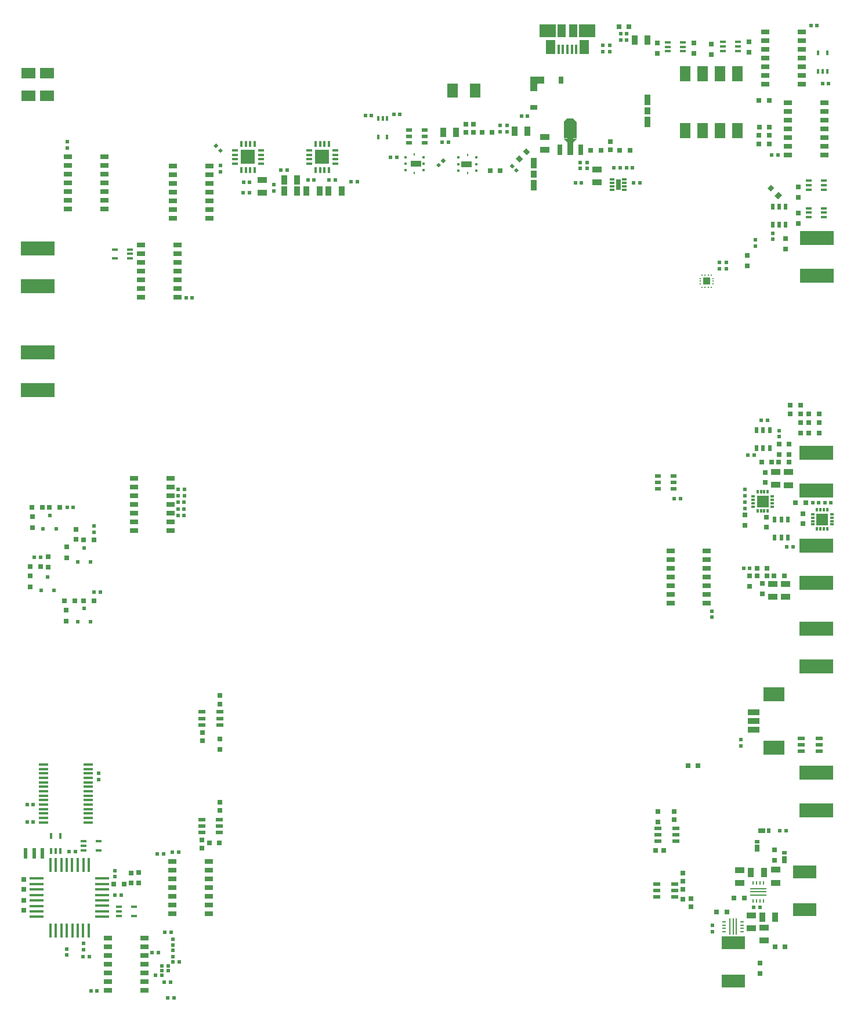
<source format=gbp>
G04 #@! TF.FileFunction,Paste,Bot*
%FSLAX46Y46*%
G04 Gerber Fmt 4.6, Leading zero omitted, Abs format (unit mm)*
G04 Created by KiCad (PCBNEW 4.0.7) date Tue Jun  4 16:27:17 2019*
%MOMM*%
%LPD*%
G01*
G04 APERTURE LIST*
%ADD10C,0.150000*%
%ADD11R,5.002000X2.002000*%
%ADD12R,3.402000X1.852000*%
%ADD13R,1.522000X2.162000*%
%ADD14R,1.102000X0.602000*%
%ADD15R,1.907000X2.427700*%
%ADD16R,0.713200X1.500600*%
%ADD17R,0.916400X5.336000*%
%ADD18R,0.702000X0.802000*%
%ADD19R,0.799560X0.700500*%
%ADD20R,1.401540X0.901160*%
%ADD21R,0.901160X1.401540*%
%ADD22R,0.497300X0.497300*%
%ADD23R,0.802000X0.702000*%
%ADD24R,0.700500X0.799560*%
%ADD25R,2.034000X1.526000*%
%ADD26R,1.526000X2.034000*%
%ADD27R,0.452000X1.382000*%
%ADD28R,1.477000X2.102000*%
%ADD29R,2.377000X1.902000*%
%ADD30R,1.177000X1.902000*%
%ADD31R,2.000980X0.451580*%
%ADD32R,0.451580X2.000980*%
%ADD33R,1.472660X0.421100*%
%ADD34R,0.902000X1.502000*%
%ADD35R,0.902000X1.102000*%
%ADD36R,1.002000X2.102000*%
%ADD37R,0.802000X1.002000*%
%ADD38R,1.002000X0.802000*%
%ADD39R,2.102000X1.002000*%
%ADD40R,0.799560X0.799560*%
%ADD41R,0.302000X0.502000*%
%ADD42R,0.602000X0.302000*%
%ADD43R,1.752000X1.752000*%
%ADD44R,0.502000X0.302000*%
%ADD45R,0.302000X0.602000*%
%ADD46R,3.052000X2.152000*%
%ADD47R,1.652000X0.852000*%
%ADD48R,0.502000X0.602000*%
%ADD49R,0.602000X0.902000*%
%ADD50R,0.252000X0.602000*%
%ADD51R,2.402000X0.252000*%
%ADD52R,0.602000X0.252000*%
%ADD53R,0.252000X2.402000*%
%ADD54R,0.282000X0.202000*%
%ADD55R,0.202000X0.282000*%
%ADD56R,1.002000X1.002000*%
%ADD57R,0.672000X0.302000*%
%ADD58R,0.702000X1.602000*%
%ADD59R,1.182000X0.702000*%
%ADD60R,0.402000X0.702000*%
%ADD61R,0.952000X0.602000*%
%ADD62R,0.602000X1.602000*%
%ADD63R,0.852000X0.352000*%
%ADD64R,0.352000X0.852000*%
%ADD65R,0.952000X0.302000*%
%ADD66R,0.302000X0.952000*%
%ADD67R,2.152000X2.152000*%
%ADD68R,1.512000X0.922000*%
%ADD69R,0.252000X0.302000*%
%ADD70R,0.402000X0.402000*%
%ADD71R,0.702000X0.522000*%
%ADD72R,0.702000X1.052000*%
%ADD73R,0.522000X0.702000*%
%ADD74R,1.052000X0.702000*%
G04 APERTURE END LIST*
D10*
D11*
X39582780Y-81441980D03*
X39582780Y-86941980D03*
X39582780Y-66328980D03*
X39582780Y-71828980D03*
X153209680Y-148244880D03*
X153209680Y-142744880D03*
X153222380Y-127223840D03*
X153222380Y-121723840D03*
X153232540Y-115108040D03*
X153232540Y-109608040D03*
X153242700Y-101620640D03*
X153242700Y-96120640D03*
X153308000Y-70290000D03*
X153308000Y-64790000D03*
D12*
X151584080Y-162773280D03*
X151584080Y-157223280D03*
D13*
X141690780Y-49078980D03*
X139150780Y-49078980D03*
X136610780Y-49078980D03*
X134070780Y-49078980D03*
X141690780Y-40818980D03*
X139150780Y-40818980D03*
X136610780Y-40818980D03*
X134070780Y-40818980D03*
D14*
X66153820Y-151488180D03*
X66153820Y-150538180D03*
X66153820Y-149588180D03*
X63553820Y-149588180D03*
X63553820Y-150538180D03*
X63553820Y-151488180D03*
X66174140Y-135803680D03*
X66174140Y-134853680D03*
X66174140Y-133903680D03*
X63574140Y-133903680D03*
X63574140Y-134853680D03*
X63574140Y-135803680D03*
D10*
G36*
X116869800Y-50763300D02*
X116374500Y-50266000D01*
X118281500Y-50266000D01*
X117786200Y-50763300D01*
X116869800Y-50763300D01*
X116869800Y-50763300D01*
G37*
D15*
X117328000Y-49054150D03*
D16*
X115829400Y-51930700D03*
D17*
X117328000Y-50013000D03*
D16*
X118826600Y-51930700D03*
D10*
G36*
X117786200Y-47345000D02*
X118281500Y-47842300D01*
X116374500Y-47842300D01*
X116869800Y-47345000D01*
X117786200Y-47345000D01*
X117786200Y-47345000D01*
G37*
D18*
X105628000Y-54940000D03*
X107128000Y-54940000D03*
D19*
X103228000Y-48200000D03*
X103228000Y-49400000D03*
X102058000Y-48200000D03*
X102058000Y-49400000D03*
D18*
X105938000Y-49390000D03*
X104438000Y-49390000D03*
D19*
X123208000Y-50700000D03*
X123208000Y-51900000D03*
D18*
X124558000Y-51990000D03*
X126058000Y-51990000D03*
D20*
X113572980Y-50041680D03*
X113572980Y-51946680D03*
D21*
X109191480Y-49216180D03*
X111096480Y-49216180D03*
X100680500Y-49400000D03*
X98775500Y-49400000D03*
D10*
G36*
X109923025Y-53762074D02*
X109355926Y-53194975D01*
X109852315Y-52698586D01*
X110419414Y-53265685D01*
X109923025Y-53762074D01*
X109923025Y-53762074D01*
G37*
G36*
X110983685Y-52701414D02*
X110416586Y-52134315D01*
X110912975Y-51637926D01*
X111480074Y-52205025D01*
X110983685Y-52701414D01*
X110983685Y-52701414D01*
G37*
D22*
X108108000Y-48350420D03*
X108108000Y-49249580D03*
X107078000Y-48340420D03*
X107078000Y-49239580D03*
X98670800Y-50816380D03*
X99569960Y-50816380D03*
D18*
X120308000Y-51980000D03*
X121808000Y-51980000D03*
D22*
X91108420Y-53000000D03*
X92007580Y-53000000D03*
X75098420Y-54860000D03*
X75997580Y-54860000D03*
D10*
G36*
X66627545Y-51967901D02*
X66275901Y-52319545D01*
X65924257Y-51967901D01*
X66275901Y-51616257D01*
X66627545Y-51967901D01*
X66627545Y-51967901D01*
G37*
G36*
X65991743Y-51332099D02*
X65640099Y-51683743D01*
X65288455Y-51332099D01*
X65640099Y-50980455D01*
X65991743Y-51332099D01*
X65991743Y-51332099D01*
G37*
D22*
X146888000Y-64959580D03*
X146888000Y-64060420D03*
D23*
X150951620Y-91719840D03*
X150951620Y-93219840D03*
X133746540Y-159751680D03*
X133746540Y-161251680D03*
X130126540Y-148441680D03*
X130126540Y-149941680D03*
D24*
X129766540Y-154061680D03*
X130966540Y-154061680D03*
D19*
X132506540Y-148411680D03*
X132506540Y-149611680D03*
X134946540Y-161101680D03*
X134946540Y-162301680D03*
X133745660Y-158584060D03*
X133745660Y-157384060D03*
X66169540Y-132730800D03*
X66169540Y-131530800D03*
X66179700Y-148278140D03*
X66179700Y-147078140D03*
X63538100Y-153756920D03*
X63538100Y-152556920D03*
X63637160Y-138135920D03*
X63637160Y-136935920D03*
D22*
X132523920Y-102820340D03*
X133423080Y-102820340D03*
D23*
X66202560Y-139332400D03*
X66202560Y-137832400D03*
D18*
X64639760Y-153007060D03*
X66139760Y-153007060D03*
X135989180Y-141748380D03*
X134489180Y-141748380D03*
D20*
X148729120Y-115228240D03*
X148729120Y-117133240D03*
X149209180Y-98918900D03*
X149209180Y-100823900D03*
X146862220Y-115202840D03*
X146862220Y-117107840D03*
X147319420Y-98888420D03*
X147319420Y-100793420D03*
D18*
X148590120Y-114047140D03*
X147090120Y-114047140D03*
X149275920Y-97448240D03*
X147775920Y-97448240D03*
X146075520Y-112942240D03*
X144575520Y-112942240D03*
X152137100Y-90397200D03*
X153637100Y-90397200D03*
X146748620Y-97422840D03*
X145248620Y-97422840D03*
X146062820Y-114034440D03*
X144562820Y-114034440D03*
D23*
X147840120Y-96356740D03*
X147840120Y-94856740D03*
X142803300Y-105156440D03*
X142803300Y-106656440D03*
D18*
X149424380Y-89198320D03*
X150924380Y-89198320D03*
X149429460Y-90392120D03*
X150929460Y-90392120D03*
X151732100Y-103396920D03*
X150232100Y-103396920D03*
D23*
X151317380Y-106458320D03*
X151317380Y-104958320D03*
X143163980Y-68812980D03*
X143163980Y-67312980D03*
X53242900Y-158861060D03*
X53242900Y-157361060D03*
X54314780Y-158855980D03*
X54314780Y-157355980D03*
D22*
X51779860Y-160582480D03*
X50880700Y-160582480D03*
D23*
X37614280Y-161356480D03*
X37614280Y-162856480D03*
X37614280Y-159808480D03*
X37614280Y-158308480D03*
D22*
X48536280Y-142860900D03*
X48536280Y-143760060D03*
X145010560Y-162436680D03*
X144111400Y-162436680D03*
X138104300Y-165047800D03*
X138104300Y-165946960D03*
X125566860Y-34979480D03*
X124667700Y-34979480D03*
X125566860Y-35931980D03*
X124667700Y-35931980D03*
X122120080Y-37600760D03*
X122120080Y-36701600D03*
D23*
X137944280Y-38015480D03*
X137944280Y-36515480D03*
X135340780Y-37824980D03*
X135340780Y-36324980D03*
X130006780Y-37824980D03*
X130006780Y-36324980D03*
X143405280Y-37697980D03*
X143405280Y-36197980D03*
D25*
X38249280Y-40757980D03*
X38249280Y-44059980D03*
D23*
X150644280Y-62653480D03*
X150644280Y-61153480D03*
D25*
X40979780Y-40757980D03*
X40979780Y-44059980D03*
D23*
X150580780Y-58843480D03*
X150580780Y-57343480D03*
D26*
X100161780Y-43234480D03*
X103463780Y-43234480D03*
D27*
X115625780Y-37245780D03*
X116275780Y-37245780D03*
X116925780Y-37245780D03*
X117575780Y-37245780D03*
X118225780Y-37245780D03*
D28*
X114463280Y-36885780D03*
X119388280Y-36885780D03*
D29*
X114015780Y-34585780D03*
X119835780Y-34585780D03*
D30*
X116085780Y-34585780D03*
X117765780Y-34585780D03*
D21*
X128609780Y-35931980D03*
X126704780Y-35931980D03*
D22*
X43837280Y-169350560D03*
X43837280Y-168451400D03*
X38952860Y-147437980D03*
X38053700Y-147437980D03*
X38952860Y-149977980D03*
X38053700Y-149977980D03*
D21*
X145602380Y-157280480D03*
X143697380Y-157280480D03*
D20*
X142033680Y-158880680D03*
X142033680Y-156975680D03*
X147278780Y-158817180D03*
X147278780Y-156912180D03*
X143786280Y-165484680D03*
X143786280Y-163579680D03*
D21*
X147240680Y-163795580D03*
X145335680Y-163795580D03*
D22*
X147921400Y-151197180D03*
X148820560Y-151197180D03*
D20*
X145615080Y-167237280D03*
X145615080Y-165332280D03*
D22*
X123072580Y-37600760D03*
X123072580Y-36701600D03*
D23*
X41106780Y-112754980D03*
X41106780Y-111254980D03*
D18*
X41309280Y-104067480D03*
X42809280Y-104067480D03*
X38515280Y-112703480D03*
X40015280Y-112703480D03*
X38769280Y-104067480D03*
X40269280Y-104067480D03*
X46325780Y-108766480D03*
X47825780Y-108766480D03*
X46325780Y-117719980D03*
X47825780Y-117719980D03*
D23*
X45170780Y-108754480D03*
X45170780Y-107254480D03*
D18*
X43531780Y-117656480D03*
X45031780Y-117656480D03*
X144903180Y-48606580D03*
X146403180Y-48606580D03*
X144877780Y-49825780D03*
X146377780Y-49825780D03*
X144877780Y-44694980D03*
X146377780Y-44694980D03*
X144877780Y-51070380D03*
X146377780Y-51070380D03*
D31*
X39465940Y-158187260D03*
X39465940Y-158987360D03*
X39465940Y-159787460D03*
X39465940Y-160587560D03*
X39465940Y-161387660D03*
X39465940Y-162187760D03*
X39465940Y-162987860D03*
X39465940Y-163787960D03*
X49031580Y-163782880D03*
X49031580Y-158169480D03*
X49031580Y-158982280D03*
X49031580Y-159795080D03*
X49031580Y-160582480D03*
X49031580Y-161395280D03*
X49031580Y-162182680D03*
X49031580Y-162995480D03*
D32*
X41457300Y-165789480D03*
X42254860Y-165789480D03*
X43057500Y-165789480D03*
X43855060Y-165789480D03*
X44657700Y-165789480D03*
X45455260Y-165789480D03*
X46257900Y-165789480D03*
X47055460Y-165789480D03*
X41462380Y-156188280D03*
X42249780Y-156188280D03*
X43062580Y-156188280D03*
X43849980Y-156188280D03*
X44637380Y-156188280D03*
X45450180Y-156188280D03*
X46262980Y-156188280D03*
X47075780Y-156188280D03*
D33*
X40435280Y-146112100D03*
X40435280Y-145461860D03*
X40435280Y-144811620D03*
X40435280Y-144161380D03*
X46985280Y-148052660D03*
X40435280Y-148062820D03*
X40435280Y-147412580D03*
X40435280Y-146762340D03*
X46985280Y-143511140D03*
X46985280Y-144161380D03*
X46985280Y-144811620D03*
X46985280Y-145461860D03*
X46985280Y-146112100D03*
X46985280Y-146762340D03*
X40435280Y-143511140D03*
X46985280Y-147412580D03*
X40435280Y-148713060D03*
X40435280Y-142860900D03*
X46985280Y-142860900D03*
X46985280Y-148713060D03*
X40435280Y-149360760D03*
X40435280Y-142213200D03*
X46985280Y-142213200D03*
X46985280Y-149360760D03*
X40435280Y-150011000D03*
X40435280Y-141562960D03*
X46985280Y-141562960D03*
X46985280Y-150011000D03*
D22*
X50834980Y-157046800D03*
X50834980Y-157945960D03*
D34*
X128558980Y-44618980D03*
X128558980Y-47818980D03*
D35*
X128558980Y-46218980D03*
D34*
X111998180Y-53864580D03*
X111998180Y-57064580D03*
D35*
X111998180Y-55464580D03*
D36*
X111998180Y-42315980D03*
D10*
G36*
X112599180Y-42266980D02*
X112497180Y-42366980D01*
X112497180Y-41264980D01*
X112599180Y-41364980D01*
X112599180Y-42266980D01*
X112599180Y-42266980D01*
G37*
D37*
X115998180Y-41765980D03*
D38*
X111998180Y-45765980D03*
D39*
X112548180Y-41765980D03*
D23*
X145322980Y-115138640D03*
X145322980Y-116638640D03*
D18*
X152152340Y-91723080D03*
X153652340Y-91723080D03*
D23*
X145800500Y-98943600D03*
X145800500Y-100443600D03*
X143509420Y-114033740D03*
X143509420Y-115533740D03*
D18*
X152177740Y-93216600D03*
X153677740Y-93216600D03*
D23*
X149219340Y-94838960D03*
X149219340Y-96338960D03*
D22*
X143539900Y-112967640D03*
X142640740Y-112967640D03*
X146130700Y-91377640D03*
X145231540Y-91377640D03*
X147852820Y-93744920D03*
X147852820Y-92845760D03*
X144141880Y-96462720D03*
X143242720Y-96462720D03*
X149816240Y-109828200D03*
X148917080Y-109828200D03*
X142813460Y-104197020D03*
X142813460Y-103297860D03*
X142823620Y-101433500D03*
X142823620Y-102332660D03*
X152691520Y-103391840D03*
X153590680Y-103391840D03*
X155389000Y-103396920D03*
X154489840Y-103396920D03*
D23*
X145993540Y-106976480D03*
X145993540Y-105476480D03*
D22*
X127487580Y-56720000D03*
X126588420Y-56720000D03*
X118768000Y-54649580D03*
X118768000Y-53750420D03*
X119798000Y-54639580D03*
X119798000Y-53740420D03*
X118977580Y-56710000D03*
X118078420Y-56710000D03*
X60199960Y-154372180D03*
X59300800Y-154372180D03*
X47388200Y-174552480D03*
X48287360Y-174552480D03*
D40*
X38503280Y-115662580D03*
X38503280Y-114062380D03*
X38820780Y-107026580D03*
X38820780Y-105426380D03*
X43837280Y-111408080D03*
X43837280Y-109807880D03*
X43773780Y-120615580D03*
X43773780Y-119015380D03*
D18*
X50745380Y-158969580D03*
X52245380Y-158969580D03*
D41*
X144659340Y-104583560D03*
X145159340Y-104583560D03*
X145659340Y-104583560D03*
X146159340Y-104583560D03*
D42*
X146809340Y-103933560D03*
X146809340Y-103433560D03*
X146809340Y-102933560D03*
X146809340Y-102433560D03*
D41*
X146159340Y-101783560D03*
X145659340Y-101783560D03*
X145159340Y-101783560D03*
X144659340Y-101783560D03*
D42*
X144009340Y-102433560D03*
X144009340Y-102933560D03*
X144009340Y-103433560D03*
X144009340Y-103933560D03*
D43*
X145409340Y-103183560D03*
D44*
X152706300Y-105054840D03*
X152706300Y-105554840D03*
X152706300Y-106054840D03*
X152706300Y-106554840D03*
D45*
X153356300Y-107204840D03*
X153856300Y-107204840D03*
X154356300Y-107204840D03*
X154856300Y-107204840D03*
D44*
X155506300Y-106554840D03*
X155506300Y-106054840D03*
X155506300Y-105554840D03*
X155506300Y-105054840D03*
D45*
X154856300Y-104404840D03*
X154356300Y-104404840D03*
X153856300Y-104404840D03*
X153356300Y-104404840D03*
D43*
X154106300Y-105804840D03*
D12*
X141119280Y-167586480D03*
X141119280Y-173136480D03*
D20*
X121218000Y-54767500D03*
X121218000Y-56672500D03*
D21*
X82038880Y-57902980D03*
X83943880Y-57902980D03*
X78838480Y-57928380D03*
X80743480Y-57928380D03*
X75587280Y-57877580D03*
X77492280Y-57877580D03*
X75587280Y-56277380D03*
X77492280Y-56277380D03*
D20*
X72378000Y-56267500D03*
X72378000Y-58172500D03*
D46*
X147024780Y-139120580D03*
X147024780Y-131320580D03*
D47*
X144074780Y-136470580D03*
X144074780Y-135220580D03*
X144074780Y-133970580D03*
D48*
X40093280Y-116179980D03*
X41993280Y-116179980D03*
X41043280Y-114179980D03*
X40410780Y-107226480D03*
X42310780Y-107226480D03*
X41360780Y-105226480D03*
X45427280Y-111988980D03*
X47327280Y-111988980D03*
X46377280Y-109988980D03*
X45427280Y-120751980D03*
X47327280Y-120751980D03*
X46377280Y-118751980D03*
D22*
X44213200Y-154232480D03*
X45112360Y-154232480D03*
X40032360Y-111306480D03*
X39133200Y-111306480D03*
X47837780Y-107692060D03*
X47837780Y-106792900D03*
X43895700Y-104067480D03*
X44794860Y-104067480D03*
X47832700Y-116449980D03*
X48731860Y-116449980D03*
X126417760Y-54524780D03*
X125518600Y-54524780D03*
X123689800Y-54524780D03*
X124588960Y-54524780D03*
X59069660Y-166018080D03*
X58170500Y-166018080D03*
X60108520Y-101408100D03*
X61007680Y-101408100D03*
X60098360Y-102373300D03*
X60997520Y-102373300D03*
X60088200Y-103338500D03*
X60987360Y-103338500D03*
X59369380Y-167928160D03*
X59369380Y-167029000D03*
X60088200Y-104283380D03*
X60987360Y-104283380D03*
X87418600Y-46879380D03*
X88317760Y-46879380D03*
X91584200Y-46726980D03*
X92483360Y-46726980D03*
X155043560Y-42256580D03*
X154144400Y-42256580D03*
X60083120Y-105243500D03*
X60982280Y-105243500D03*
X56288360Y-168956860D03*
X57187520Y-168956860D03*
X59364300Y-168680000D03*
X59364300Y-169579160D03*
X60263460Y-170323380D03*
X59364300Y-170323380D03*
X58625160Y-170927900D03*
X57726000Y-170927900D03*
X57726000Y-171631480D03*
X58625160Y-171631480D03*
X57736160Y-172329980D03*
X56837000Y-172329980D03*
X58076520Y-173290100D03*
X58975680Y-173290100D03*
X58589600Y-175606580D03*
X59488760Y-175606580D03*
X142249580Y-137920600D03*
X142249580Y-138819760D03*
D49*
X146888000Y-62810000D03*
X147838000Y-62810000D03*
X148788000Y-62810000D03*
X146888000Y-60210000D03*
X147838000Y-60210000D03*
X148788000Y-60210000D03*
D50*
X145514180Y-161450680D03*
X145014180Y-161450680D03*
X144514180Y-161450680D03*
X144014180Y-161450680D03*
X144014180Y-158850680D03*
X144514180Y-158850680D03*
X145514180Y-158850680D03*
X145014180Y-158850680D03*
D51*
X144764180Y-159650680D03*
X144764180Y-160650680D03*
X144764180Y-160150680D03*
D52*
X139793880Y-165980680D03*
X139793880Y-165480680D03*
X139793880Y-164980680D03*
X139793880Y-164480680D03*
X142393880Y-164480680D03*
X142393880Y-164980680D03*
X142393880Y-165980680D03*
X142393880Y-165480680D03*
D53*
X141593880Y-165230680D03*
X140593880Y-165230680D03*
X141093880Y-165230680D03*
D49*
X146440620Y-92820840D03*
X145490620Y-92820840D03*
X144540620Y-92820840D03*
X146440620Y-95420840D03*
X145490620Y-95420840D03*
X144540620Y-95420840D03*
X147177140Y-108456120D03*
X148127140Y-108456120D03*
X149077140Y-108456120D03*
X147177140Y-105856120D03*
X148127140Y-105856120D03*
X149077140Y-105856120D03*
D54*
X136343000Y-71460000D03*
X136343000Y-70660000D03*
X136343000Y-71060000D03*
D55*
X137913000Y-71955000D03*
X137463000Y-71955000D03*
X137013000Y-71955000D03*
X136563000Y-71955000D03*
X137913000Y-70165000D03*
X137463000Y-70165000D03*
X137013000Y-70165000D03*
D54*
X138133000Y-70660000D03*
X138133000Y-71460000D03*
X138133000Y-71060000D03*
D55*
X136563000Y-70165000D03*
D56*
X137238000Y-71060000D03*
D57*
X125223000Y-56220000D03*
X125223000Y-56720000D03*
X125223000Y-57220000D03*
X125223000Y-57720000D03*
X123453000Y-56220000D03*
X123453000Y-57720000D03*
X123453000Y-56720000D03*
X123453000Y-57220000D03*
D58*
X124338000Y-56970000D03*
D14*
X130146540Y-150881680D03*
X130146540Y-151831680D03*
X130146540Y-152781680D03*
X132746540Y-152781680D03*
X132746540Y-151831680D03*
X132746540Y-150881680D03*
X132538680Y-160872080D03*
X132538680Y-159922080D03*
X132538680Y-158972080D03*
X129938680Y-158972080D03*
X129938680Y-159922080D03*
X129938680Y-160872080D03*
D59*
X59376380Y-61916180D03*
X59376380Y-60646180D03*
X59376380Y-59376180D03*
X59376380Y-58106180D03*
X59376380Y-56836180D03*
X59376380Y-55566180D03*
X59376380Y-54296180D03*
X64696380Y-61916180D03*
X64696380Y-60646180D03*
X64696380Y-59376180D03*
X64696380Y-54296180D03*
X64696380Y-55566180D03*
X64696380Y-56836180D03*
X64696380Y-58106180D03*
D60*
X89326380Y-50007380D03*
X90626380Y-50007380D03*
X89326380Y-47307380D03*
X90626380Y-47307380D03*
X89976380Y-47307380D03*
D61*
X96053000Y-50900000D03*
X96053000Y-49950000D03*
X96053000Y-49000000D03*
X93803000Y-49000000D03*
X93803000Y-50900000D03*
X93803000Y-49950000D03*
D59*
X145787180Y-42358180D03*
X145787180Y-41088180D03*
X145787180Y-39818180D03*
X145787180Y-38548180D03*
X145787180Y-37278180D03*
X145787180Y-36008180D03*
X145787180Y-34738180D03*
X151107180Y-42358180D03*
X151107180Y-41088180D03*
X151107180Y-39818180D03*
X151107180Y-34738180D03*
X151107180Y-36008180D03*
X151107180Y-37278180D03*
X151107180Y-38548180D03*
D60*
X154812180Y-37756980D03*
X153512180Y-37756980D03*
X154812180Y-40456980D03*
X153512180Y-40456980D03*
X154162180Y-40456980D03*
D59*
X53707100Y-107407580D03*
X53707100Y-106137580D03*
X53707100Y-104867580D03*
X53707100Y-103597580D03*
X53707100Y-102327580D03*
X53707100Y-101057580D03*
X53707100Y-99787580D03*
X59027100Y-107407580D03*
X59027100Y-106137580D03*
X59027100Y-104867580D03*
X59027100Y-99787580D03*
X59027100Y-101057580D03*
X59027100Y-102327580D03*
X59027100Y-103597580D03*
X59287480Y-163312980D03*
X59287480Y-162042980D03*
X59287480Y-160772980D03*
X59287480Y-159502980D03*
X59287480Y-158232980D03*
X59287480Y-156962980D03*
X59287480Y-155692980D03*
X64607480Y-163312980D03*
X64607480Y-162042980D03*
X64607480Y-160772980D03*
X64607480Y-155692980D03*
X64607480Y-156962980D03*
X64607480Y-158232980D03*
X64607480Y-159502980D03*
X137276880Y-110430180D03*
X137276880Y-111700180D03*
X137276880Y-112970180D03*
X137276880Y-114240180D03*
X137276880Y-115510180D03*
X137276880Y-116780180D03*
X137276880Y-118050180D03*
X131956880Y-110430180D03*
X131956880Y-111700180D03*
X131956880Y-112970180D03*
X131956880Y-118050180D03*
X131956880Y-116780180D03*
X131956880Y-115510180D03*
X131956880Y-114240180D03*
X55222180Y-166917240D03*
X55222180Y-168187240D03*
X55222180Y-169457240D03*
X55222180Y-170727240D03*
X55222180Y-171997240D03*
X55222180Y-173267240D03*
X55222180Y-174537240D03*
X49902180Y-166917240D03*
X49902180Y-168187240D03*
X49902180Y-169457240D03*
X49902180Y-174537240D03*
X49902180Y-173267240D03*
X49902180Y-171997240D03*
X49902180Y-170727240D03*
D14*
X151058780Y-137750380D03*
X151058780Y-138700380D03*
X151058780Y-139650380D03*
X153658780Y-139650380D03*
X153658780Y-138700380D03*
X153658780Y-137750380D03*
D59*
X60048180Y-65827780D03*
X60048180Y-67097780D03*
X60048180Y-68367780D03*
X60048180Y-69637780D03*
X60048180Y-70907780D03*
X60048180Y-72177780D03*
X60048180Y-73447780D03*
X54728180Y-65827780D03*
X54728180Y-67097780D03*
X54728180Y-68367780D03*
X54728180Y-73447780D03*
X54728180Y-72177780D03*
X54728180Y-70907780D03*
X54728180Y-69637780D03*
X44009380Y-60569980D03*
X44009380Y-59299980D03*
X44009380Y-58029980D03*
X44009380Y-56759980D03*
X44009380Y-55489980D03*
X44009380Y-54219980D03*
X44009380Y-52949980D03*
X49329380Y-60569980D03*
X49329380Y-59299980D03*
X49329380Y-58029980D03*
X49329380Y-52949980D03*
X49329380Y-54219980D03*
X49329380Y-55489980D03*
X49329380Y-56759980D03*
X154409180Y-45075980D03*
X154409180Y-46345980D03*
X154409180Y-47615980D03*
X154409180Y-48885980D03*
X154409180Y-50155980D03*
X154409180Y-51425980D03*
X154409180Y-52695980D03*
X149089180Y-45075980D03*
X149089180Y-46345980D03*
X149089180Y-47615980D03*
X149089180Y-52695980D03*
X149089180Y-51425980D03*
X149089180Y-50155980D03*
X149089180Y-48885980D03*
D61*
X130146700Y-99472580D03*
X130146700Y-100422580D03*
X130146700Y-101372580D03*
X132396700Y-101372580D03*
X132396700Y-99472580D03*
X132396700Y-100422580D03*
D62*
X40274780Y-154486480D03*
X37874780Y-154486480D03*
X39074780Y-154486480D03*
D63*
X53636780Y-163645480D03*
X53636780Y-162345480D03*
X51436780Y-162345480D03*
X51436780Y-162995480D03*
X51436780Y-163645480D03*
D64*
X42899780Y-151989480D03*
X41599780Y-151989480D03*
X41599780Y-154189480D03*
X42249780Y-154189480D03*
X42899780Y-154189480D03*
D22*
X111091400Y-47021620D03*
X110192240Y-47021620D03*
D10*
G36*
X146089706Y-57522305D02*
X146656805Y-56955206D01*
X147153194Y-57451595D01*
X146586095Y-58018694D01*
X146089706Y-57522305D01*
X146089706Y-57522305D01*
G37*
G36*
X147150366Y-58582965D02*
X147717465Y-58015866D01*
X148213854Y-58512255D01*
X147646755Y-59079354D01*
X147150366Y-58582965D01*
X147150366Y-58582965D01*
G37*
D23*
X148790080Y-66387280D03*
X148790080Y-64887280D03*
D22*
X144332380Y-65959860D03*
X144332380Y-65060700D03*
X146740300Y-52708680D03*
X147639460Y-52708680D03*
X140077880Y-69249160D03*
X140077880Y-68350000D03*
X139099980Y-69236460D03*
X139099980Y-68337300D03*
X66265480Y-55126760D03*
X66265480Y-54227600D03*
X153341760Y-33823780D03*
X152442600Y-33823780D03*
X137956980Y-120087260D03*
X137956980Y-119188100D03*
X57091000Y-154613480D03*
X57990160Y-154613480D03*
X62168460Y-73473180D03*
X61269300Y-73473180D03*
X43938880Y-50709700D03*
X43938880Y-51608860D03*
D18*
X138667480Y-163033580D03*
X140167480Y-163033580D03*
X148701880Y-168164380D03*
X147201880Y-168164380D03*
D22*
X46262980Y-168563160D03*
X46262980Y-167664000D03*
X46257900Y-169574080D03*
X47157060Y-169574080D03*
D65*
X68373000Y-53925000D03*
X68373000Y-53275000D03*
X68373000Y-52625000D03*
X68373000Y-51975000D03*
X72223000Y-53925000D03*
X72223000Y-53275000D03*
X72223000Y-52625000D03*
X72223000Y-51975000D03*
D66*
X69323000Y-54875000D03*
X69973000Y-54875000D03*
X70623000Y-54875000D03*
X71273000Y-54875000D03*
X71273000Y-51025000D03*
X70623000Y-51025000D03*
X69973000Y-51025000D03*
D67*
X70298000Y-52950000D03*
D66*
X69323000Y-51025000D03*
D65*
X83063000Y-51975000D03*
X83063000Y-52625000D03*
X83063000Y-53275000D03*
X83063000Y-53925000D03*
X79213000Y-51975000D03*
X79213000Y-52625000D03*
X79213000Y-53275000D03*
X79213000Y-53925000D03*
D66*
X82113000Y-51025000D03*
X81463000Y-51025000D03*
X80813000Y-51025000D03*
X80163000Y-51025000D03*
X80163000Y-54875000D03*
X80813000Y-54875000D03*
X81463000Y-54875000D03*
D67*
X81138000Y-52950000D03*
D66*
X82113000Y-54875000D03*
D63*
X154347780Y-57733480D03*
X154347780Y-57077480D03*
X154347780Y-56427480D03*
X152147780Y-56427480D03*
X152147780Y-57727480D03*
X152147780Y-57077480D03*
X133773780Y-37540480D03*
X133773780Y-36884480D03*
X133773780Y-36234480D03*
X131573780Y-36234480D03*
X131573780Y-37534480D03*
X131573780Y-36884480D03*
X141774780Y-37476980D03*
X141774780Y-36820980D03*
X141774780Y-36170980D03*
X139574780Y-36170980D03*
X139574780Y-37470980D03*
X139574780Y-36820980D03*
X154347780Y-61733980D03*
X154347780Y-61077980D03*
X154347780Y-60427980D03*
X152147780Y-60427980D03*
X152147780Y-61727980D03*
X152147780Y-61077980D03*
D22*
X85361200Y-56556780D03*
X86260360Y-56556780D03*
X79036600Y-56328180D03*
X79935760Y-56328180D03*
X74038000Y-56980420D03*
X74038000Y-57879580D03*
X70527580Y-58150000D03*
X69628420Y-58150000D03*
D18*
X125930780Y-33963480D03*
X124430780Y-33963480D03*
D23*
X145056280Y-172063980D03*
X145056280Y-170563980D03*
D18*
X141207480Y-161065080D03*
X142707480Y-161065080D03*
D23*
X147177180Y-154041280D03*
X147177180Y-155541280D03*
D63*
X48493280Y-154056980D03*
X48493280Y-152756980D03*
X46293280Y-152756980D03*
X46293280Y-153406980D03*
X46293280Y-154056980D03*
X50865280Y-66447780D03*
X50865280Y-67747780D03*
X53065280Y-67747780D03*
X53065280Y-67097780D03*
X53065280Y-66447780D03*
D22*
X82160800Y-56277380D03*
X83059960Y-56277380D03*
X70557580Y-56630000D03*
X69658420Y-56630000D03*
D10*
G36*
X109828005Y-54893481D02*
X109476361Y-55245125D01*
X109124717Y-54893481D01*
X109476361Y-54541837D01*
X109828005Y-54893481D01*
X109828005Y-54893481D01*
G37*
G36*
X109192203Y-54257679D02*
X108840559Y-54609323D01*
X108488915Y-54257679D01*
X108840559Y-53906035D01*
X109192203Y-54257679D01*
X109192203Y-54257679D01*
G37*
G36*
X98765901Y-53120455D02*
X99117545Y-53472099D01*
X98765901Y-53823743D01*
X98414257Y-53472099D01*
X98765901Y-53120455D01*
X98765901Y-53120455D01*
G37*
G36*
X98130099Y-53756257D02*
X98481743Y-54107901D01*
X98130099Y-54459545D01*
X97778455Y-54107901D01*
X98130099Y-53756257D01*
X98130099Y-53756257D01*
G37*
D68*
X94783000Y-53960000D03*
D69*
X94598000Y-55310000D03*
X94598000Y-52610000D03*
D70*
X93273000Y-53010000D03*
X93273000Y-53960000D03*
X93273000Y-54910000D03*
X95923000Y-53010000D03*
X95923000Y-53960000D03*
X95923000Y-54910000D03*
D68*
X102153000Y-53980000D03*
D69*
X102338000Y-52630000D03*
X102338000Y-55330000D03*
D70*
X103663000Y-54930000D03*
X103663000Y-53980000D03*
X103663000Y-53030000D03*
X101013000Y-54930000D03*
X101013000Y-53980000D03*
X101013000Y-53030000D03*
D71*
X144586380Y-152829680D03*
D72*
X144586380Y-153799680D03*
D71*
X148548780Y-154467980D03*
D72*
X148548780Y-155437980D03*
D73*
X146268580Y-151197180D03*
D74*
X145298580Y-151197180D03*
M02*

</source>
